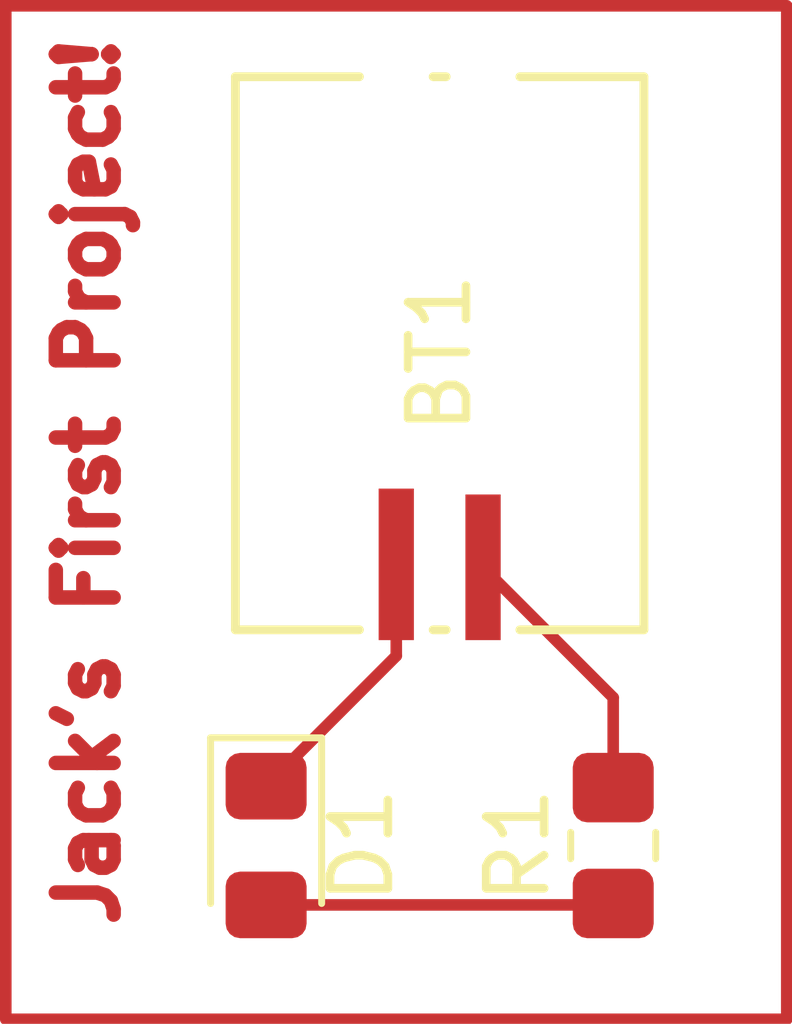
<source format=kicad_pcb>
(kicad_pcb (version 20240108) (generator "pcbnew") (generator_version "8.0")
  (layers (0 "F.Cu" signal) (31 "B.Cu" signal) (34 "B.Paste" user) (35 "F.Paste" user) (36 "B.SilkS" user "B.Silkscreen") (37 "F.SilkS" user "F.Silkscreen") (38 "B.Mask" user) (39 "F.Mask" user) (44 "Edge.Cuts" user))
  (net 0 "")
  (net 1 "Net-(BT1--)")
  (net 2 "Net-(BT1-+)")
  (net 3 "Net-(D1-A)")
  (footprint "Resistor_SMD:R_0805_2012Metric_Pad1.20x1.40mm_HandSolder" (layer "F.Cu") (at 99 37.5 90)
    (property "Reference" "R1" (at 0 -1.65 90) (layer "F.SilkS"))
    (property "Value" "R")
    (fp_line (start -0.227064 -0.735) (end 0.227064 -0.735) (stroke (width 0.12)) (layer "F.SilkS"))
    (fp_line (start -0.227064 0.735) (end 0.227064 0.735) (stroke (width 0.12)) (layer "F.SilkS"))
    (pad "1" smd roundrect (at -1 0 90) (size 1.2 1.4) (layers "F.Cu" "F.Paste" "F.Mask") (roundrect_rratio 0.208333) (net 3 "Net-(D1-A)"))
    (pad "2" smd roundrect (at 1 0 90) (size 1.2 1.4) (layers "F.Cu" "F.Paste" "F.Mask") (roundrect_rratio 0.208333) (net 1 "Net-(BT1--)"))
  )
  (footprint "FS_3_Global_Footprint_Library:MS621FE-FL11E_SEC" (layer "F.Cu") (at 96 29 90)
    (property "Reference" "BT1" (at 0 0 90) (layer "F.SilkS"))
    (property "Value" "Battery_Cell")
    (fp_line (start 4.7752 -3.5306) (end -4.7752 -3.5306) (stroke (width 0.1524)) (layer "F.SilkS"))
    (fp_line (start -4.7752 -3.5306) (end -4.7752 -1.387541) (stroke (width 0.1524)) (layer "F.SilkS"))
    (fp_line (start 4.7752 -1.387541) (end 4.7752 -3.5306) (stroke (width 0.1524)) (layer "F.SilkS"))
    (fp_line (start -4.7752 -0.112461) (end -4.7752 0.112461) (stroke (width 0.1524)) (layer "F.SilkS"))
    (fp_line (start 4.7752 0.112461) (end 4.7752 -0.112461) (stroke (width 0.1524)) (layer "F.SilkS"))
    (fp_line (start -4.7752 1.387541) (end -4.7752 3.5306) (stroke (width 0.1524)) (layer "F.SilkS"))
    (fp_line (start 4.7752 3.5306) (end 4.7752 1.387541) (stroke (width 0.1524)) (layer "F.SilkS"))
    (fp_line (start -4.7752 3.5306) (end 4.7752 3.5306) (stroke (width 0.1524)) (layer "F.SilkS"))
    (pad "1" smd rect (at -3.6449 -0.750001 90) (size 2.6162 0.6096) (layers "F.Cu" "F.Paste" "F.Mask") (net 2 "Net-(BT1-+)"))
    (pad "2" smd rect (at -3.6957 0.750001 90) (size 2.5146 0.6096) (layers "F.Cu" "F.Paste" "F.Mask") (net 1 "Net-(BT1--)"))
  )
  (footprint "Diode_SMD:D_0805_2012Metric_Pad1.15x1.40mm_HandSolder" (layer "F.Cu") (at 93 37.5 -90)
    (property "Reference" "D1" (at 0 -1.65 90) (layer "F.SilkS"))
    (property "Value" "D")
    (fp_line (start -1.86 0.96) (end 1 0.96) (stroke (width 0.12)) (layer "F.SilkS"))
    (fp_line (start -1.86 -0.96) (end -1.86 0.96) (stroke (width 0.12)) (layer "F.SilkS"))
    (fp_line (start 1 -0.96) (end -1.86 -0.96) (stroke (width 0.12)) (layer "F.SilkS"))
    (pad "1" smd roundrect (at -1.025 0 270) (size 1.15 1.4) (layers "F.Cu" "F.Paste" "F.Mask") (roundrect_rratio 0.217391) (net 2 "Net-(BT1-+)"))
    (pad "2" smd roundrect (at 1.025 0 270) (size 1.15 1.4) (layers "F.Cu" "F.Paste" "F.Mask") (roundrect_rratio 0.217391) (net 3 "Net-(D1-A)"))
  )
  (gr_rect (start 88.5 23) (end 102 40.5) (stroke (width 0.2)) (fill none) (layer "F.Cu"))
  (gr_text "Jack's First Project!\n" (at 90.5 39 90) (layer "F.Cu") (effects (font (size 1 1) (thickness 0.25) (bold yes)) (justify left bottom)))
  (segment (start 99 34.945699) (end 96.750001 32.6957) (width 0.2) (layer "F.Cu") (net 1))
  (segment (start 99 36.5) (end 99 34.945699) (width 0.2) (layer "F.Cu") (net 1))
  (segment (start 95.249999 34.225001) (end 93 36.475) (width 0.2) (layer "F.Cu") (net 2))
  (segment (start 95.249999 32.6449) (end 95.249999 34.225001) (width 0.2) (layer "F.Cu") (net 2))
  (segment (start 93 38.525) (end 98.975 38.525) (width 0.2) (layer "F.Cu") (net 3))
  (segment (start 98.975 38.525) (end 99 38.5) (width 0.2) (layer "F.Cu") (net 3))
)
</source>
